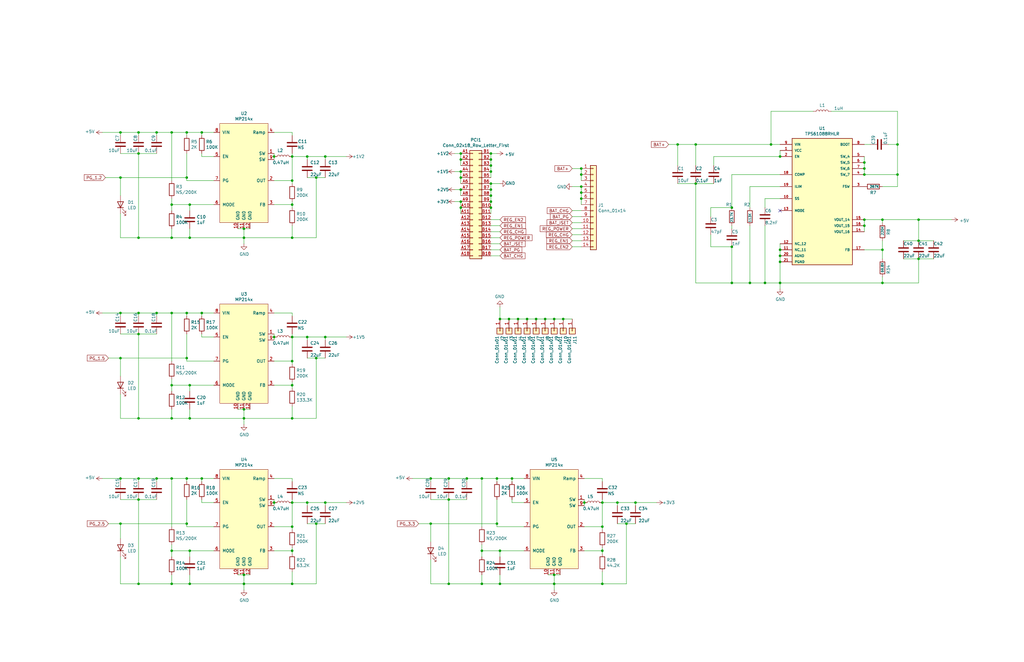
<source format=kicad_sch>
(kicad_sch (version 20210621) (generator eeschema)
  (paper "User" 431.8 279.4)
  (title_block (title "Fpga-USB3-Collector (DDR3_2G)"))
  (junction (at 50.8 55.88))
  (junction (at 50.8 74.93))
  (junction (at 50.8 132.08))
  (junction (at 50.8 151.13))
  (junction (at 50.8 201.93))
  (junction (at 50.8 220.98))
  (junction (at 58.42 55.88))
  (junction (at 58.42 64.77))
  (junction (at 58.42 100.33))
  (junction (at 58.42 132.08))
  (junction (at 58.42 140.97))
  (junction (at 58.42 176.53))
  (junction (at 58.42 201.93))
  (junction (at 58.42 210.82))
  (junction (at 58.42 246.38))
  (junction (at 66.04 55.88))
  (junction (at 66.04 132.08))
  (junction (at 66.04 201.93))
  (junction (at 72.39 55.88))
  (junction (at 72.39 86.36))
  (junction (at 72.39 100.33))
  (junction (at 72.39 132.08))
  (junction (at 72.39 162.56))
  (junction (at 72.39 176.53))
  (junction (at 72.39 201.93))
  (junction (at 72.39 232.41))
  (junction (at 72.39 246.38))
  (junction (at 78.74 55.88))
  (junction (at 78.74 74.93))
  (junction (at 78.74 132.08))
  (junction (at 78.74 151.13))
  (junction (at 78.74 201.93))
  (junction (at 78.74 220.98))
  (junction (at 80.01 86.36))
  (junction (at 80.01 100.33))
  (junction (at 80.01 162.56))
  (junction (at 80.01 176.53))
  (junction (at 80.01 232.41))
  (junction (at 80.01 246.38))
  (junction (at 85.09 55.88))
  (junction (at 85.09 132.08))
  (junction (at 85.09 201.93))
  (junction (at 102.87 96.52))
  (junction (at 102.87 100.33))
  (junction (at 102.87 172.72))
  (junction (at 102.87 176.53))
  (junction (at 102.87 242.57))
  (junction (at 102.87 246.38))
  (junction (at 115.57 66.04))
  (junction (at 115.57 142.24))
  (junction (at 115.57 212.09))
  (junction (at 123.19 66.04))
  (junction (at 123.19 76.2))
  (junction (at 123.19 86.36))
  (junction (at 123.19 100.33))
  (junction (at 123.19 142.24))
  (junction (at 123.19 152.4))
  (junction (at 123.19 162.56))
  (junction (at 123.19 176.53))
  (junction (at 123.19 212.09))
  (junction (at 123.19 222.25))
  (junction (at 123.19 232.41))
  (junction (at 123.19 246.38))
  (junction (at 129.54 66.04))
  (junction (at 129.54 142.24))
  (junction (at 129.54 212.09))
  (junction (at 133.35 74.93))
  (junction (at 133.35 151.13))
  (junction (at 133.35 220.98))
  (junction (at 137.16 66.04))
  (junction (at 137.16 142.24))
  (junction (at 137.16 212.09))
  (junction (at 181.61 201.93))
  (junction (at 181.61 220.98))
  (junction (at 189.23 201.93))
  (junction (at 189.23 210.82))
  (junction (at 189.23 246.38))
  (junction (at 194.31 64.77))
  (junction (at 194.31 67.31))
  (junction (at 194.31 72.39))
  (junction (at 194.31 74.93))
  (junction (at 194.31 80.01))
  (junction (at 194.31 85.09))
  (junction (at 194.31 87.63))
  (junction (at 196.85 201.93))
  (junction (at 203.2 201.93))
  (junction (at 203.2 232.41))
  (junction (at 203.2 246.38))
  (junction (at 207.01 64.77))
  (junction (at 207.01 67.31))
  (junction (at 207.01 69.85))
  (junction (at 207.01 72.39))
  (junction (at 207.01 77.47))
  (junction (at 207.01 80.01))
  (junction (at 207.01 82.55))
  (junction (at 207.01 85.09))
  (junction (at 207.01 87.63))
  (junction (at 209.55 201.93))
  (junction (at 209.55 220.98))
  (junction (at 210.82 134.62))
  (junction (at 210.82 232.41))
  (junction (at 210.82 246.38))
  (junction (at 214.63 134.62))
  (junction (at 215.9 201.93))
  (junction (at 218.44 134.62))
  (junction (at 222.25 134.62))
  (junction (at 226.06 134.62))
  (junction (at 229.87 134.62))
  (junction (at 233.68 134.62))
  (junction (at 233.68 242.57))
  (junction (at 233.68 246.38))
  (junction (at 237.49 134.62))
  (junction (at 245.11 71.12))
  (junction (at 245.11 73.66))
  (junction (at 245.11 78.74))
  (junction (at 245.11 81.28))
  (junction (at 245.11 83.82))
  (junction (at 246.38 212.09))
  (junction (at 254 212.09))
  (junction (at 254 222.25))
  (junction (at 254 232.41))
  (junction (at 254 246.38))
  (junction (at 260.35 212.09))
  (junction (at 264.16 220.98))
  (junction (at 267.97 212.09))
  (junction (at 285.75 60.96))
  (junction (at 293.37 60.96))
  (junction (at 293.37 77.47))
  (junction (at 308.61 87.63))
  (junction (at 308.61 104.14))
  (junction (at 308.61 119.38))
  (junction (at 316.23 119.38))
  (junction (at 322.58 119.38))
  (junction (at 325.12 60.96))
  (junction (at 328.93 66.04))
  (junction (at 328.93 105.41))
  (junction (at 328.93 107.95))
  (junction (at 328.93 110.49))
  (junction (at 328.93 119.38))
  (junction (at 364.49 68.58))
  (junction (at 364.49 71.12))
  (junction (at 364.49 73.66))
  (junction (at 364.49 92.71))
  (junction (at 364.49 95.25))
  (junction (at 372.11 92.71))
  (junction (at 372.11 105.41))
  (junction (at 372.11 119.38))
  (junction (at 378.46 60.96))
  (junction (at 378.46 73.66))
  (junction (at 387.35 92.71))
  (junction (at 387.35 101.6))
  (junction (at 387.35 109.22))
  (no_connect (at 328.93 88.9))
  (wire (pts (xy 43.18 55.88) (xy 50.8 55.88)))
  (wire (pts (xy 43.18 132.08) (xy 50.8 132.08)))
  (wire (pts (xy 43.18 201.93) (xy 50.8 201.93)))
  (wire (pts (xy 44.45 74.93) (xy 50.8 74.93)))
  (wire (pts (xy 45.72 151.13) (xy 50.8 151.13)))
  (wire (pts (xy 45.72 220.98) (xy 50.8 220.98)))
  (wire (pts (xy 50.8 55.88) (xy 50.8 57.15)))
  (wire (pts (xy 50.8 74.93) (xy 50.8 82.55)))
  (wire (pts (xy 50.8 74.93) (xy 78.74 74.93)))
  (wire (pts (xy 50.8 90.17) (xy 50.8 100.33)))
  (wire (pts (xy 50.8 100.33) (xy 58.42 100.33)))
  (wire (pts (xy 50.8 132.08) (xy 50.8 133.35)))
  (wire (pts (xy 50.8 151.13) (xy 78.74 151.13)))
  (wire (pts (xy 50.8 158.75) (xy 50.8 151.13)))
  (wire (pts (xy 50.8 166.37) (xy 50.8 176.53)))
  (wire (pts (xy 50.8 176.53) (xy 58.42 176.53)))
  (wire (pts (xy 50.8 201.93) (xy 50.8 203.2)))
  (wire (pts (xy 50.8 220.98) (xy 50.8 227.33)))
  (wire (pts (xy 50.8 220.98) (xy 78.74 220.98)))
  (wire (pts (xy 50.8 234.95) (xy 50.8 246.38)))
  (wire (pts (xy 50.8 246.38) (xy 58.42 246.38)))
  (wire (pts (xy 58.42 55.88) (xy 50.8 55.88)))
  (wire (pts (xy 58.42 57.15) (xy 58.42 55.88)))
  (wire (pts (xy 58.42 64.77) (xy 50.8 64.77)))
  (wire (pts (xy 58.42 64.77) (xy 58.42 100.33)))
  (wire (pts (xy 58.42 100.33) (xy 72.39 100.33)))
  (wire (pts (xy 58.42 132.08) (xy 50.8 132.08)))
  (wire (pts (xy 58.42 133.35) (xy 58.42 132.08)))
  (wire (pts (xy 58.42 140.97) (xy 50.8 140.97)))
  (wire (pts (xy 58.42 140.97) (xy 58.42 176.53)))
  (wire (pts (xy 58.42 176.53) (xy 72.39 176.53)))
  (wire (pts (xy 58.42 201.93) (xy 50.8 201.93)))
  (wire (pts (xy 58.42 203.2) (xy 58.42 201.93)))
  (wire (pts (xy 58.42 210.82) (xy 50.8 210.82)))
  (wire (pts (xy 58.42 210.82) (xy 58.42 246.38)))
  (wire (pts (xy 58.42 246.38) (xy 72.39 246.38)))
  (wire (pts (xy 66.04 55.88) (xy 58.42 55.88)))
  (wire (pts (xy 66.04 55.88) (xy 72.39 55.88)))
  (wire (pts (xy 66.04 57.15) (xy 66.04 55.88)))
  (wire (pts (xy 66.04 64.77) (xy 58.42 64.77)))
  (wire (pts (xy 66.04 132.08) (xy 58.42 132.08)))
  (wire (pts (xy 66.04 132.08) (xy 72.39 132.08)))
  (wire (pts (xy 66.04 133.35) (xy 66.04 132.08)))
  (wire (pts (xy 66.04 140.97) (xy 58.42 140.97)))
  (wire (pts (xy 66.04 201.93) (xy 58.42 201.93)))
  (wire (pts (xy 66.04 201.93) (xy 72.39 201.93)))
  (wire (pts (xy 66.04 203.2) (xy 66.04 201.93)))
  (wire (pts (xy 66.04 210.82) (xy 58.42 210.82)))
  (wire (pts (xy 72.39 55.88) (xy 78.74 55.88)))
  (wire (pts (xy 72.39 76.2) (xy 72.39 55.88)))
  (wire (pts (xy 72.39 83.82) (xy 72.39 86.36)))
  (wire (pts (xy 72.39 86.36) (xy 72.39 88.9)))
  (wire (pts (xy 72.39 86.36) (xy 80.01 86.36)))
  (wire (pts (xy 72.39 96.52) (xy 72.39 100.33)))
  (wire (pts (xy 72.39 100.33) (xy 80.01 100.33)))
  (wire (pts (xy 72.39 132.08) (xy 78.74 132.08)))
  (wire (pts (xy 72.39 152.4) (xy 72.39 132.08)))
  (wire (pts (xy 72.39 160.02) (xy 72.39 162.56)))
  (wire (pts (xy 72.39 162.56) (xy 72.39 165.1)))
  (wire (pts (xy 72.39 162.56) (xy 80.01 162.56)))
  (wire (pts (xy 72.39 172.72) (xy 72.39 176.53)))
  (wire (pts (xy 72.39 176.53) (xy 80.01 176.53)))
  (wire (pts (xy 72.39 201.93) (xy 78.74 201.93)))
  (wire (pts (xy 72.39 222.25) (xy 72.39 201.93)))
  (wire (pts (xy 72.39 229.87) (xy 72.39 232.41)))
  (wire (pts (xy 72.39 232.41) (xy 72.39 234.95)))
  (wire (pts (xy 72.39 232.41) (xy 80.01 232.41)))
  (wire (pts (xy 72.39 242.57) (xy 72.39 246.38)))
  (wire (pts (xy 72.39 246.38) (xy 80.01 246.38)))
  (wire (pts (xy 78.74 57.15) (xy 78.74 55.88)))
  (wire (pts (xy 78.74 64.77) (xy 78.74 74.93)))
  (wire (pts (xy 78.74 74.93) (xy 78.74 76.2)))
  (wire (pts (xy 78.74 76.2) (xy 90.17 76.2)))
  (wire (pts (xy 78.74 133.35) (xy 78.74 132.08)))
  (wire (pts (xy 78.74 140.97) (xy 78.74 151.13)))
  (wire (pts (xy 78.74 151.13) (xy 78.74 152.4)))
  (wire (pts (xy 78.74 152.4) (xy 90.17 152.4)))
  (wire (pts (xy 78.74 203.2) (xy 78.74 201.93)))
  (wire (pts (xy 78.74 210.82) (xy 78.74 220.98)))
  (wire (pts (xy 78.74 220.98) (xy 78.74 222.25)))
  (wire (pts (xy 78.74 222.25) (xy 90.17 222.25)))
  (wire (pts (xy 80.01 86.36) (xy 90.17 86.36)))
  (wire (pts (xy 80.01 88.9) (xy 80.01 86.36)))
  (wire (pts (xy 80.01 96.52) (xy 80.01 100.33)))
  (wire (pts (xy 80.01 100.33) (xy 102.87 100.33)))
  (wire (pts (xy 80.01 162.56) (xy 90.17 162.56)))
  (wire (pts (xy 80.01 165.1) (xy 80.01 162.56)))
  (wire (pts (xy 80.01 172.72) (xy 80.01 176.53)))
  (wire (pts (xy 80.01 176.53) (xy 102.87 176.53)))
  (wire (pts (xy 80.01 232.41) (xy 90.17 232.41)))
  (wire (pts (xy 80.01 234.95) (xy 80.01 232.41)))
  (wire (pts (xy 80.01 242.57) (xy 80.01 246.38)))
  (wire (pts (xy 80.01 246.38) (xy 102.87 246.38)))
  (wire (pts (xy 85.09 55.88) (xy 78.74 55.88)))
  (wire (pts (xy 85.09 57.15) (xy 85.09 55.88)))
  (wire (pts (xy 85.09 64.77) (xy 85.09 66.04)))
  (wire (pts (xy 85.09 66.04) (xy 90.17 66.04)))
  (wire (pts (xy 85.09 132.08) (xy 78.74 132.08)))
  (wire (pts (xy 85.09 133.35) (xy 85.09 132.08)))
  (wire (pts (xy 85.09 140.97) (xy 85.09 142.24)))
  (wire (pts (xy 85.09 142.24) (xy 90.17 142.24)))
  (wire (pts (xy 85.09 201.93) (xy 78.74 201.93)))
  (wire (pts (xy 85.09 203.2) (xy 85.09 201.93)))
  (wire (pts (xy 85.09 210.82) (xy 85.09 212.09)))
  (wire (pts (xy 85.09 212.09) (xy 90.17 212.09)))
  (wire (pts (xy 90.17 55.88) (xy 85.09 55.88)))
  (wire (pts (xy 90.17 132.08) (xy 85.09 132.08)))
  (wire (pts (xy 90.17 201.93) (xy 85.09 201.93)))
  (wire (pts (xy 100.33 96.52) (xy 102.87 96.52)))
  (wire (pts (xy 100.33 172.72) (xy 102.87 172.72)))
  (wire (pts (xy 100.33 242.57) (xy 102.87 242.57)))
  (wire (pts (xy 102.87 96.52) (xy 102.87 100.33)))
  (wire (pts (xy 102.87 96.52) (xy 105.41 96.52)))
  (wire (pts (xy 102.87 100.33) (xy 123.19 100.33)))
  (wire (pts (xy 102.87 102.87) (xy 102.87 100.33)))
  (wire (pts (xy 102.87 172.72) (xy 102.87 176.53)))
  (wire (pts (xy 102.87 172.72) (xy 105.41 172.72)))
  (wire (pts (xy 102.87 176.53) (xy 123.19 176.53)))
  (wire (pts (xy 102.87 179.07) (xy 102.87 176.53)))
  (wire (pts (xy 102.87 242.57) (xy 102.87 246.38)))
  (wire (pts (xy 102.87 242.57) (xy 105.41 242.57)))
  (wire (pts (xy 102.87 246.38) (xy 123.19 246.38)))
  (wire (pts (xy 102.87 248.92) (xy 102.87 246.38)))
  (wire (pts (xy 115.57 64.77) (xy 115.57 66.04)))
  (wire (pts (xy 115.57 66.04) (xy 115.57 67.31)))
  (wire (pts (xy 115.57 76.2) (xy 123.19 76.2)))
  (wire (pts (xy 115.57 86.36) (xy 123.19 86.36)))
  (wire (pts (xy 115.57 140.97) (xy 115.57 142.24)))
  (wire (pts (xy 115.57 142.24) (xy 115.57 143.51)))
  (wire (pts (xy 115.57 152.4) (xy 123.19 152.4)))
  (wire (pts (xy 115.57 162.56) (xy 123.19 162.56)))
  (wire (pts (xy 115.57 210.82) (xy 115.57 212.09)))
  (wire (pts (xy 115.57 212.09) (xy 115.57 213.36)))
  (wire (pts (xy 115.57 222.25) (xy 123.19 222.25)))
  (wire (pts (xy 115.57 232.41) (xy 123.19 232.41)))
  (wire (pts (xy 123.19 55.88) (xy 115.57 55.88)))
  (wire (pts (xy 123.19 57.15) (xy 123.19 55.88)))
  (wire (pts (xy 123.19 66.04) (xy 123.19 64.77)))
  (wire (pts (xy 123.19 66.04) (xy 123.19 76.2)))
  (wire (pts (xy 123.19 66.04) (xy 129.54 66.04)))
  (wire (pts (xy 123.19 76.2) (xy 123.19 77.47)))
  (wire (pts (xy 123.19 86.36) (xy 123.19 85.09)))
  (wire (pts (xy 123.19 87.63) (xy 123.19 86.36)))
  (wire (pts (xy 123.19 100.33) (xy 123.19 95.25)))
  (wire (pts (xy 123.19 132.08) (xy 115.57 132.08)))
  (wire (pts (xy 123.19 133.35) (xy 123.19 132.08)))
  (wire (pts (xy 123.19 142.24) (xy 123.19 140.97)))
  (wire (pts (xy 123.19 142.24) (xy 123.19 152.4)))
  (wire (pts (xy 123.19 142.24) (xy 129.54 142.24)))
  (wire (pts (xy 123.19 152.4) (xy 123.19 153.67)))
  (wire (pts (xy 123.19 162.56) (xy 123.19 161.29)))
  (wire (pts (xy 123.19 163.83) (xy 123.19 162.56)))
  (wire (pts (xy 123.19 176.53) (xy 123.19 171.45)))
  (wire (pts (xy 123.19 201.93) (xy 115.57 201.93)))
  (wire (pts (xy 123.19 203.2) (xy 123.19 201.93)))
  (wire (pts (xy 123.19 212.09) (xy 123.19 210.82)))
  (wire (pts (xy 123.19 212.09) (xy 123.19 222.25)))
  (wire (pts (xy 123.19 212.09) (xy 129.54 212.09)))
  (wire (pts (xy 123.19 222.25) (xy 123.19 223.52)))
  (wire (pts (xy 123.19 232.41) (xy 123.19 231.14)))
  (wire (pts (xy 123.19 233.68) (xy 123.19 232.41)))
  (wire (pts (xy 123.19 246.38) (xy 123.19 241.3)))
  (wire (pts (xy 129.54 66.04) (xy 137.16 66.04)))
  (wire (pts (xy 129.54 67.31) (xy 129.54 66.04)))
  (wire (pts (xy 129.54 142.24) (xy 137.16 142.24)))
  (wire (pts (xy 129.54 143.51) (xy 129.54 142.24)))
  (wire (pts (xy 129.54 212.09) (xy 137.16 212.09)))
  (wire (pts (xy 129.54 213.36) (xy 129.54 212.09)))
  (wire (pts (xy 133.35 74.93) (xy 129.54 74.93)))
  (wire (pts (xy 133.35 74.93) (xy 133.35 100.33)))
  (wire (pts (xy 133.35 100.33) (xy 123.19 100.33)))
  (wire (pts (xy 133.35 151.13) (xy 129.54 151.13)))
  (wire (pts (xy 133.35 151.13) (xy 133.35 176.53)))
  (wire (pts (xy 133.35 176.53) (xy 123.19 176.53)))
  (wire (pts (xy 133.35 220.98) (xy 129.54 220.98)))
  (wire (pts (xy 133.35 220.98) (xy 133.35 246.38)))
  (wire (pts (xy 133.35 246.38) (xy 123.19 246.38)))
  (wire (pts (xy 137.16 66.04) (xy 137.16 67.31)))
  (wire (pts (xy 137.16 66.04) (xy 146.05 66.04)))
  (wire (pts (xy 137.16 74.93) (xy 133.35 74.93)))
  (wire (pts (xy 137.16 142.24) (xy 137.16 143.51)))
  (wire (pts (xy 137.16 142.24) (xy 146.05 142.24)))
  (wire (pts (xy 137.16 151.13) (xy 133.35 151.13)))
  (wire (pts (xy 137.16 212.09) (xy 137.16 213.36)))
  (wire (pts (xy 137.16 212.09) (xy 146.05 212.09)))
  (wire (pts (xy 137.16 220.98) (xy 133.35 220.98)))
  (wire (pts (xy 173.99 201.93) (xy 181.61 201.93)))
  (wire (pts (xy 176.53 220.98) (xy 181.61 220.98)))
  (wire (pts (xy 181.61 201.93) (xy 181.61 203.2)))
  (wire (pts (xy 181.61 220.98) (xy 209.55 220.98)))
  (wire (pts (xy 181.61 228.6) (xy 181.61 220.98)))
  (wire (pts (xy 181.61 236.22) (xy 181.61 246.38)))
  (wire (pts (xy 181.61 246.38) (xy 189.23 246.38)))
  (wire (pts (xy 189.23 201.93) (xy 181.61 201.93)))
  (wire (pts (xy 189.23 203.2) (xy 189.23 201.93)))
  (wire (pts (xy 189.23 210.82) (xy 181.61 210.82)))
  (wire (pts (xy 189.23 210.82) (xy 189.23 246.38)))
  (wire (pts (xy 189.23 246.38) (xy 203.2 246.38)))
  (wire (pts (xy 191.77 64.77) (xy 194.31 64.77)))
  (wire (pts (xy 191.77 72.39) (xy 194.31 72.39)))
  (wire (pts (xy 191.77 80.01) (xy 194.31 80.01)))
  (wire (pts (xy 191.77 85.09) (xy 194.31 85.09)))
  (wire (pts (xy 194.31 64.77) (xy 194.31 67.31)))
  (wire (pts (xy 194.31 67.31) (xy 194.31 69.85)))
  (wire (pts (xy 194.31 72.39) (xy 194.31 74.93)))
  (wire (pts (xy 194.31 74.93) (xy 194.31 77.47)))
  (wire (pts (xy 194.31 80.01) (xy 194.31 82.55)))
  (wire (pts (xy 194.31 85.09) (xy 194.31 87.63)))
  (wire (pts (xy 194.31 87.63) (xy 194.31 90.17)))
  (wire (pts (xy 196.85 201.93) (xy 189.23 201.93)))
  (wire (pts (xy 196.85 201.93) (xy 203.2 201.93)))
  (wire (pts (xy 196.85 203.2) (xy 196.85 201.93)))
  (wire (pts (xy 196.85 210.82) (xy 189.23 210.82)))
  (wire (pts (xy 203.2 201.93) (xy 209.55 201.93)))
  (wire (pts (xy 203.2 222.25) (xy 203.2 201.93)))
  (wire (pts (xy 203.2 229.87) (xy 203.2 232.41)))
  (wire (pts (xy 203.2 232.41) (xy 203.2 234.95)))
  (wire (pts (xy 203.2 232.41) (xy 210.82 232.41)))
  (wire (pts (xy 203.2 242.57) (xy 203.2 246.38)))
  (wire (pts (xy 203.2 246.38) (xy 210.82 246.38)))
  (wire (pts (xy 207.01 64.77) (xy 207.01 67.31)))
  (wire (pts (xy 207.01 67.31) (xy 207.01 69.85)))
  (wire (pts (xy 207.01 69.85) (xy 207.01 72.39)))
  (wire (pts (xy 207.01 72.39) (xy 207.01 74.93)))
  (wire (pts (xy 207.01 77.47) (xy 207.01 80.01)))
  (wire (pts (xy 207.01 77.47) (xy 210.82 77.47)))
  (wire (pts (xy 207.01 80.01) (xy 207.01 82.55)))
  (wire (pts (xy 207.01 82.55) (xy 207.01 85.09)))
  (wire (pts (xy 207.01 85.09) (xy 207.01 87.63)))
  (wire (pts (xy 207.01 87.63) (xy 207.01 90.17)))
  (wire (pts (xy 209.55 64.77) (xy 207.01 64.77)))
  (wire (pts (xy 209.55 203.2) (xy 209.55 201.93)))
  (wire (pts (xy 209.55 210.82) (xy 209.55 220.98)))
  (wire (pts (xy 209.55 220.98) (xy 209.55 222.25)))
  (wire (pts (xy 209.55 222.25) (xy 220.98 222.25)))
  (wire (pts (xy 210.82 92.71) (xy 207.01 92.71)))
  (wire (pts (xy 210.82 95.25) (xy 207.01 95.25)))
  (wire (pts (xy 210.82 97.79) (xy 207.01 97.79)))
  (wire (pts (xy 210.82 100.33) (xy 207.01 100.33)))
  (wire (pts (xy 210.82 102.87) (xy 207.01 102.87)))
  (wire (pts (xy 210.82 105.41) (xy 207.01 105.41)))
  (wire (pts (xy 210.82 107.95) (xy 207.01 107.95)))
  (wire (pts (xy 210.82 129.54) (xy 210.82 134.62)))
  (wire (pts (xy 210.82 134.62) (xy 214.63 134.62)))
  (wire (pts (xy 210.82 232.41) (xy 220.98 232.41)))
  (wire (pts (xy 210.82 234.95) (xy 210.82 232.41)))
  (wire (pts (xy 210.82 242.57) (xy 210.82 246.38)))
  (wire (pts (xy 210.82 246.38) (xy 233.68 246.38)))
  (wire (pts (xy 214.63 134.62) (xy 218.44 134.62)))
  (wire (pts (xy 215.9 201.93) (xy 209.55 201.93)))
  (wire (pts (xy 215.9 203.2) (xy 215.9 201.93)))
  (wire (pts (xy 215.9 210.82) (xy 215.9 212.09)))
  (wire (pts (xy 215.9 212.09) (xy 220.98 212.09)))
  (wire (pts (xy 218.44 134.62) (xy 222.25 134.62)))
  (wire (pts (xy 220.98 201.93) (xy 215.9 201.93)))
  (wire (pts (xy 222.25 134.62) (xy 226.06 134.62)))
  (wire (pts (xy 226.06 134.62) (xy 229.87 134.62)))
  (wire (pts (xy 229.87 134.62) (xy 233.68 134.62)))
  (wire (pts (xy 231.14 242.57) (xy 233.68 242.57)))
  (wire (pts (xy 233.68 134.62) (xy 237.49 134.62)))
  (wire (pts (xy 233.68 242.57) (xy 233.68 246.38)))
  (wire (pts (xy 233.68 242.57) (xy 236.22 242.57)))
  (wire (pts (xy 233.68 246.38) (xy 254 246.38)))
  (wire (pts (xy 233.68 248.92) (xy 233.68 246.38)))
  (wire (pts (xy 237.49 134.62) (xy 241.3 134.62)))
  (wire (pts (xy 241.3 71.12) (xy 245.11 71.12)))
  (wire (pts (xy 241.3 78.74) (xy 245.11 78.74)))
  (wire (pts (xy 241.3 88.9) (xy 245.11 88.9)))
  (wire (pts (xy 241.3 91.44) (xy 245.11 91.44)))
  (wire (pts (xy 241.3 93.98) (xy 245.11 93.98)))
  (wire (pts (xy 241.3 96.52) (xy 245.11 96.52)))
  (wire (pts (xy 241.3 99.06) (xy 245.11 99.06)))
  (wire (pts (xy 241.3 101.6) (xy 245.11 101.6)))
  (wire (pts (xy 241.3 104.14) (xy 245.11 104.14)))
  (wire (pts (xy 245.11 71.12) (xy 245.11 73.66)))
  (wire (pts (xy 245.11 73.66) (xy 245.11 76.2)))
  (wire (pts (xy 245.11 78.74) (xy 245.11 81.28)))
  (wire (pts (xy 245.11 81.28) (xy 245.11 83.82)))
  (wire (pts (xy 245.11 83.82) (xy 245.11 86.36)))
  (wire (pts (xy 246.38 210.82) (xy 246.38 212.09)))
  (wire (pts (xy 246.38 212.09) (xy 246.38 213.36)))
  (wire (pts (xy 246.38 222.25) (xy 254 222.25)))
  (wire (pts (xy 246.38 232.41) (xy 254 232.41)))
  (wire (pts (xy 254 201.93) (xy 246.38 201.93)))
  (wire (pts (xy 254 203.2) (xy 254 201.93)))
  (wire (pts (xy 254 212.09) (xy 254 210.82)))
  (wire (pts (xy 254 212.09) (xy 254 222.25)))
  (wire (pts (xy 254 212.09) (xy 260.35 212.09)))
  (wire (pts (xy 254 222.25) (xy 254 223.52)))
  (wire (pts (xy 254 232.41) (xy 254 231.14)))
  (wire (pts (xy 254 233.68) (xy 254 232.41)))
  (wire (pts (xy 254 246.38) (xy 254 241.3)))
  (wire (pts (xy 260.35 212.09) (xy 267.97 212.09)))
  (wire (pts (xy 260.35 213.36) (xy 260.35 212.09)))
  (wire (pts (xy 264.16 220.98) (xy 260.35 220.98)))
  (wire (pts (xy 264.16 220.98) (xy 264.16 246.38)))
  (wire (pts (xy 264.16 246.38) (xy 254 246.38)))
  (wire (pts (xy 267.97 212.09) (xy 267.97 213.36)))
  (wire (pts (xy 267.97 212.09) (xy 276.86 212.09)))
  (wire (pts (xy 267.97 220.98) (xy 264.16 220.98)))
  (wire (pts (xy 285.75 60.96) (xy 281.94 60.96)))
  (wire (pts (xy 285.75 69.85) (xy 285.75 60.96)))
  (wire (pts (xy 293.37 60.96) (xy 285.75 60.96)))
  (wire (pts (xy 293.37 69.85) (xy 293.37 60.96)))
  (wire (pts (xy 293.37 77.47) (xy 285.75 77.47)))
  (wire (pts (xy 293.37 77.47) (xy 293.37 119.38)))
  (wire (pts (xy 293.37 119.38) (xy 308.61 119.38)))
  (wire (pts (xy 299.72 87.63) (xy 299.72 91.44)))
  (wire (pts (xy 299.72 87.63) (xy 308.61 87.63)))
  (wire (pts (xy 299.72 99.06) (xy 299.72 104.14)))
  (wire (pts (xy 299.72 104.14) (xy 308.61 104.14)))
  (wire (pts (xy 300.99 66.04) (xy 300.99 69.85)))
  (wire (pts (xy 300.99 77.47) (xy 293.37 77.47)))
  (wire (pts (xy 308.61 73.66) (xy 308.61 87.63)))
  (wire (pts (xy 308.61 95.25) (xy 308.61 96.52)))
  (wire (pts (xy 308.61 104.14) (xy 308.61 119.38)))
  (wire (pts (xy 308.61 119.38) (xy 316.23 119.38)))
  (wire (pts (xy 316.23 78.74) (xy 316.23 87.63)))
  (wire (pts (xy 316.23 95.25) (xy 316.23 119.38)))
  (wire (pts (xy 316.23 119.38) (xy 322.58 119.38)))
  (wire (pts (xy 322.58 83.82) (xy 322.58 87.63)))
  (wire (pts (xy 322.58 95.25) (xy 322.58 119.38)))
  (wire (pts (xy 322.58 119.38) (xy 328.93 119.38)))
  (wire (pts (xy 325.12 46.99) (xy 325.12 60.96)))
  (wire (pts (xy 325.12 60.96) (xy 293.37 60.96)))
  (wire (pts (xy 328.93 60.96) (xy 325.12 60.96)))
  (wire (pts (xy 328.93 63.5) (xy 328.93 66.04)))
  (wire (pts (xy 328.93 66.04) (xy 300.99 66.04)))
  (wire (pts (xy 328.93 73.66) (xy 308.61 73.66)))
  (wire (pts (xy 328.93 78.74) (xy 316.23 78.74)))
  (wire (pts (xy 328.93 83.82) (xy 322.58 83.82)))
  (wire (pts (xy 328.93 102.87) (xy 328.93 105.41)))
  (wire (pts (xy 328.93 105.41) (xy 328.93 107.95)))
  (wire (pts (xy 328.93 107.95) (xy 328.93 110.49)))
  (wire (pts (xy 328.93 110.49) (xy 328.93 119.38)))
  (wire (pts (xy 328.93 121.92) (xy 328.93 119.38)))
  (wire (pts (xy 342.9 46.99) (xy 325.12 46.99)))
  (wire (pts (xy 350.52 46.99) (xy 378.46 46.99)))
  (wire (pts (xy 364.49 60.96) (xy 367.03 60.96)))
  (wire (pts (xy 364.49 66.04) (xy 364.49 68.58)))
  (wire (pts (xy 364.49 68.58) (xy 364.49 71.12)))
  (wire (pts (xy 364.49 71.12) (xy 364.49 73.66)))
  (wire (pts (xy 364.49 73.66) (xy 378.46 73.66)))
  (wire (pts (xy 364.49 92.71) (xy 372.11 92.71)))
  (wire (pts (xy 364.49 95.25) (xy 364.49 92.71)))
  (wire (pts (xy 364.49 97.79) (xy 364.49 95.25)))
  (wire (pts (xy 364.49 105.41) (xy 372.11 105.41)))
  (wire (pts (xy 372.11 92.71) (xy 372.11 93.98)))
  (wire (pts (xy 372.11 92.71) (xy 387.35 92.71)))
  (wire (pts (xy 372.11 101.6) (xy 372.11 105.41)))
  (wire (pts (xy 372.11 105.41) (xy 372.11 109.22)))
  (wire (pts (xy 372.11 119.38) (xy 328.93 119.38)))
  (wire (pts (xy 372.11 119.38) (xy 372.11 116.84)))
  (wire (pts (xy 372.11 119.38) (xy 387.35 119.38)))
  (wire (pts (xy 374.65 60.96) (xy 378.46 60.96)))
  (wire (pts (xy 378.46 46.99) (xy 378.46 60.96)))
  (wire (pts (xy 378.46 60.96) (xy 378.46 73.66)))
  (wire (pts (xy 378.46 73.66) (xy 378.46 78.74)))
  (wire (pts (xy 378.46 78.74) (xy 372.11 78.74)))
  (wire (pts (xy 381 101.6) (xy 387.35 101.6)))
  (wire (pts (xy 381 109.22) (xy 387.35 109.22)))
  (wire (pts (xy 387.35 101.6) (xy 387.35 92.71)))
  (wire (pts (xy 387.35 101.6) (xy 393.7 101.6)))
  (wire (pts (xy 387.35 109.22) (xy 387.35 119.38)))
  (wire (pts (xy 393.7 109.22) (xy 387.35 109.22)))
  (wire (pts (xy 401.32 92.71) (xy 387.35 92.71)))
  (global_label "PG_1.2" (shape input) (at 44.45 74.93 180) (property "Intersheet References" "${INTERSHEET_REFS}" (effects hide)))
  (global_label "PG_1.5" (shape input) (at 45.72 151.13 180) (property "Intersheet References" "${INTERSHEET_REFS}" (effects hide)))
  (global_label "PG_2.5" (shape input) (at 45.72 220.98 180) (property "Intersheet References" "${INTERSHEET_REFS}" (effects hide)))
  (global_label "PG_3.3" (shape input) (at 176.53 220.98 180) (property "Intersheet References" "${INTERSHEET_REFS}" (effects hide)))
  (global_label "REG_EN2" (shape input) (at 210.82 92.71 0) (property "Intersheet References" "${INTERSHEET_REFS}" (effects hide)))
  (global_label "REG_EN1" (shape input) (at 210.82 95.25 0) (property "Intersheet References" "${INTERSHEET_REFS}" (effects hide)))
  (global_label "REG_CHG" (shape input) (at 210.82 97.79 0) (property "Intersheet References" "${INTERSHEET_REFS}" (effects hide)))
  (global_label "REG_POWER" (shape input) (at 210.82 100.33 0) (property "Intersheet References" "${INTERSHEET_REFS}" (effects hide)))
  (global_label "BAT_ISET" (shape input) (at 210.82 102.87 0) (property "Intersheet References" "${INTERSHEET_REFS}" (effects hide)))
  (global_label "BAT_PG" (shape input) (at 210.82 105.41 0) (property "Intersheet References" "${INTERSHEET_REFS}" (effects hide)))
  (global_label "BAT_CHG" (shape input) (at 210.82 107.95 0) (property "Intersheet References" "${INTERSHEET_REFS}" (effects hide)))
  (global_label "BAT+" (shape input) (at 241.3 71.12 180) (property "Intersheet References" "${INTERSHEET_REFS}" (effects hide)))
  (global_label "BAT_CHG" (shape input) (at 241.3 88.9 180) (property "Intersheet References" "${INTERSHEET_REFS}" (effects hide)))
  (global_label "BAT_PG" (shape input) (at 241.3 91.44 180) (property "Intersheet References" "${INTERSHEET_REFS}" (effects hide)))
  (global_label "BAT_ISET" (shape input) (at 241.3 93.98 180) (property "Intersheet References" "${INTERSHEET_REFS}" (effects hide)))
  (global_label "REG_POWER" (shape input) (at 241.3 96.52 180) (property "Intersheet References" "${INTERSHEET_REFS}" (effects hide)))
  (global_label "REG_CHG" (shape input) (at 241.3 99.06 180) (property "Intersheet References" "${INTERSHEET_REFS}" (effects hide)))
  (global_label "REG_EN1" (shape input) (at 241.3 101.6 180) (property "Intersheet References" "${INTERSHEET_REFS}" (effects hide)))
  (global_label "REG_EN2" (shape input) (at 241.3 104.14 180) (property "Intersheet References" "${INTERSHEET_REFS}" (effects hide)))
  (global_label "BAT+" (shape input) (at 281.94 60.96 180) (property "Intersheet References" "${INTERSHEET_REFS}" (effects hide)))
  (symbol (lib_id "power:+5V") (at 43.18 55.88 90) (unit 1)
    (property "Reference" "#PWR04" (effects hide))
    (property "Value" "+5V" (at 39.9288 55.499 90) (effects (justify left)))
  )
  (symbol (lib_id "power:+5V") (at 43.18 132.08 90) (unit 1)
    (property "Reference" "#PWR05" (effects hide))
    (property "Value" "+5V" (at 39.9288 131.699 90) (effects (justify left)))
  )
  (symbol (lib_id "power:+5V") (at 43.18 201.93 90) (unit 1)
    (property "Reference" "#PWR06" (effects hide))
    (property "Value" "+5V" (at 39.9288 201.549 90) (effects (justify left)))
  )
  (symbol (lib_id "power:+1V2") (at 146.05 66.04 270) (unit 1)
    (property "Reference" "#PWR09" (effects hide))
    (property "Value" "+1V2" (at 151.13 66.04 90))
  )
  (symbol (lib_id "power:+1V5") (at 146.05 142.24 270) (mirror x) (unit 1)
    (property "Reference" "#PWR010" (effects hide))
    (property "Value" "+1V5" (at 148.59 142.24 90) (effects (justify left)))
  )
  (symbol (lib_id "power:+2V5") (at 146.05 212.09 270) (unit 1)
    (property "Reference" "#PWR011" (effects hide))
    (property "Value" "+2V5" (at 151.13 212.09 90))
  )
  (symbol (lib_id "power:+5V") (at 173.99 201.93 90) (unit 1)
    (property "Reference" "#PWR012" (effects hide))
    (property "Value" "+5V" (at 170.7388 201.549 90) (effects (justify left)))
  )
  (symbol (lib_id "power:+1V2") (at 191.77 64.77 90) (unit 1)
    (property "Reference" "#PWR0105" (effects hide))
    (property "Value" "+1V2" (at 186.69 64.77 90))
  )
  (symbol (lib_id "power:+1V5") (at 191.77 72.39 90) (mirror x) (unit 1)
    (property "Reference" "#PWR0106" (effects hide))
    (property "Value" "+1V5" (at 189.23 72.39 90) (effects (justify left)))
  )
  (symbol (lib_id "power:+2V5") (at 191.77 80.01 90) (unit 1)
    (property "Reference" "#PWR0107" (effects hide))
    (property "Value" "+2V5" (at 186.69 80.01 90))
  )
  (symbol (lib_id "power:+3V3") (at 191.77 85.09 90) (unit 1)
    (property "Reference" "#PWR0108" (effects hide))
    (property "Value" "+3V3" (at 186.69 85.09 90))
  )
  (symbol (lib_id "power:+5V") (at 209.55 64.77 270) (unit 1)
    (property "Reference" "#PWR0109" (effects hide))
    (property "Value" "+5V" (at 212.8012 65.151 90) (effects (justify left)))
  )
  (symbol (lib_id "power:+3V3") (at 276.86 212.09 270) (unit 1)
    (property "Reference" "#PWR014" (effects hide))
    (property "Value" "+3V3" (at 281.94 212.09 90))
  )
  (symbol (lib_id "power:+5V") (at 401.32 92.71 270) (unit 1)
    (property "Reference" "#PWR0110" (effects hide))
    (property "Value" "+5V" (at 404.5712 93.091 90) (effects (justify left)))
  )
  (symbol (lib_id "power:GND") (at 102.87 102.87 0) (unit 1)
    (property "Reference" "#PWR03" (effects hide))
    (property "Value" "GND" (at 102.997 107.2642 0))
  )
  (symbol (lib_id "power:GND") (at 102.87 179.07 0) (unit 1)
    (property "Reference" "#PWR07" (effects hide))
    (property "Value" "GND" (at 102.997 183.4642 0))
  )
  (symbol (lib_id "power:GND") (at 102.87 248.92 0) (unit 1)
    (property "Reference" "#PWR08" (effects hide))
    (property "Value" "GND" (at 102.997 253.3142 0))
  )
  (symbol (lib_id "power:GND") (at 210.82 77.47 90) (unit 1)
    (property "Reference" "#PWR01" (effects hide))
    (property "Value" "GND" (at 215.2142 77.343 90))
  )
  (symbol (lib_id "power:GND") (at 210.82 129.54 180) (unit 1)
    (property "Reference" "#PWR0101" (effects hide))
    (property "Value" "GND" (at 210.693 125.1458 0))
  )
  (symbol (lib_id "power:GND") (at 233.68 248.92 0) (unit 1)
    (property "Reference" "#PWR013" (effects hide))
    (property "Value" "GND" (at 233.807 253.3142 0))
  )
  (symbol (lib_id "power:GND") (at 241.3 78.74 270) (unit 1)
    (property "Reference" "#PWR0111" (effects hide))
    (property "Value" "GND" (at 236.9058 78.867 90))
  )
  (symbol (lib_id "power:GND") (at 328.93 121.92 0) (unit 1)
    (property "Reference" "#PWR02" (effects hide))
    (property "Value" "GND" (at 329.057 126.3142 0))
  )
  (symbol (lib_id "Device:L") (at 119.38 66.04 90) (unit 1)
    (property "Reference" "L2" (at 119.38 63.5 90) (effects (justify left)))
    (property "Value" "0.47uH" (at 121.92 68.58 90) (effects (justify left)))
    (property "Footprint" "Inductor_SMD:L_Sunlord_MWSA0518_5.4x5.2mm" (effects hide))
  )
  (symbol (lib_id "Device:L") (at 119.38 142.24 90) (unit 1)
    (property "Reference" "L3" (at 119.38 139.7 90) (effects (justify left)))
    (property "Value" "0.47uH" (at 121.92 144.78 90) (effects (justify left)))
    (property "Footprint" "Inductor_SMD:L_Sunlord_MWSA0518_5.4x5.2mm" (effects hide))
  )
  (symbol (lib_id "Device:L") (at 119.38 212.09 90) (unit 1)
    (property "Reference" "L4" (at 119.38 209.55 90) (effects (justify left)))
    (property "Value" "0.47uH" (at 121.92 214.63 90) (effects (justify left)))
    (property "Footprint" "Inductor_SMD:L_Sunlord_MWSA0518_5.4x5.2mm" (effects hide))
  )
  (symbol (lib_id "Device:L") (at 250.19 212.09 90) (unit 1)
    (property "Reference" "L5" (at 250.19 209.55 90) (effects (justify left)))
    (property "Value" "0.47uH" (at 252.73 214.63 90) (effects (justify left)))
    (property "Footprint" "Inductor_SMD:L_Sunlord_MWSA0518_5.4x5.2mm" (effects hide))
  )
  (symbol (lib_id "Device:L") (at 346.71 46.99 90) (unit 1)
    (property "Reference" "L1" (at 347.98 44.45 90) (effects (justify left)))
    (property "Value" "1uH" (at 355.6 45.72 90) (effects (justify left)))
    (property "Footprint" "Inductor_SMD:L_Sunlord_MWSA0518_5.4x5.2mm" (effects hide))
  )
  (symbol (lib_id "Device:R") (at 72.39 80.01 0) (unit 1)
    (property "Reference" "R3" (at 74.168 78.8416 0) (effects (justify left)))
    (property "Value" "NS/200K" (at 74.168 81.153 0) (effects (justify left)))
    (property "Footprint" "Resistor_SMD:R_0402_1005Metric" (effects hide))
  )
  (symbol (lib_id "Device:R") (at 72.39 92.71 0) (unit 1)
    (property "Reference" "R4" (at 74.168 91.5416 0) (effects (justify left)))
    (property "Value" "100K" (at 74.168 93.853 0) (effects (justify left)))
    (property "Footprint" "Resistor_SMD:R_0402_1005Metric" (effects hide))
  )
  (symbol (lib_id "Device:R") (at 72.39 156.21 0) (unit 1)
    (property "Reference" "R11" (at 74.168 155.0416 0) (effects (justify left)))
    (property "Value" "NS/200K" (at 74.168 157.353 0) (effects (justify left)))
    (property "Footprint" "Resistor_SMD:R_0402_1005Metric" (effects hide))
  )
  (symbol (lib_id "Device:R") (at 72.39 168.91 0) (unit 1)
    (property "Reference" "R12" (at 74.168 167.7416 0) (effects (justify left)))
    (property "Value" "100K" (at 74.168 170.053 0) (effects (justify left)))
    (property "Footprint" "Resistor_SMD:R_0402_1005Metric" (effects hide))
  )
  (symbol (lib_id "Device:R") (at 72.39 226.06 0) (unit 1)
    (property "Reference" "R13" (at 74.168 224.8916 0) (effects (justify left)))
    (property "Value" "NS/200K" (at 74.168 227.203 0) (effects (justify left)))
    (property "Footprint" "Resistor_SMD:R_0402_1005Metric" (effects hide))
  )
  (symbol (lib_id "Device:R") (at 72.39 238.76 0) (unit 1)
    (property "Reference" "R14" (at 74.168 237.5916 0) (effects (justify left)))
    (property "Value" "100K" (at 74.168 239.903 0) (effects (justify left)))
    (property "Footprint" "Resistor_SMD:R_0402_1005Metric" (effects hide))
  )
  (symbol (lib_id "Device:R") (at 78.74 60.96 0) (unit 1)
    (property "Reference" "R5" (at 80.518 59.7916 0) (effects (justify left)))
    (property "Value" "2K" (at 80.518 62.103 0) (effects (justify left)))
    (property "Footprint" "Resistor_SMD:R_0402_1005Metric" (effects hide))
  )
  (symbol (lib_id "Device:R") (at 78.74 137.16 0) (unit 1)
    (property "Reference" "R15" (at 80.518 135.9916 0) (effects (justify left)))
    (property "Value" "2K" (at 80.518 138.303 0) (effects (justify left)))
    (property "Footprint" "Resistor_SMD:R_0402_1005Metric" (effects hide))
  )
  (symbol (lib_id "Device:R") (at 78.74 207.01 0) (unit 1)
    (property "Reference" "R16" (at 80.518 205.8416 0) (effects (justify left)))
    (property "Value" "2K" (at 80.518 208.153 0) (effects (justify left)))
    (property "Footprint" "Resistor_SMD:R_0402_1005Metric" (effects hide))
  )
  (symbol (lib_id "Device:R") (at 85.09 60.96 0) (unit 1)
    (property "Reference" "R6" (at 86.868 59.7916 0) (effects (justify left)))
    (property "Value" "100K" (at 86.868 62.103 0) (effects (justify left)))
    (property "Footprint" "Resistor_SMD:R_0402_1005Metric" (effects hide))
  )
  (symbol (lib_id "Device:R") (at 85.09 137.16 0) (unit 1)
    (property "Reference" "R17" (at 86.868 135.9916 0) (effects (justify left)))
    (property "Value" "100K" (at 86.868 138.303 0) (effects (justify left)))
    (property "Footprint" "Resistor_SMD:R_0402_1005Metric" (effects hide))
  )
  (symbol (lib_id "Device:R") (at 85.09 207.01 0) (unit 1)
    (property "Reference" "R18" (at 86.868 205.8416 0) (effects (justify left)))
    (property "Value" "100K" (at 86.868 208.153 0) (effects (justify left)))
    (property "Footprint" "Resistor_SMD:R_0402_1005Metric" (effects hide))
  )
  (symbol (lib_id "Device:R") (at 123.19 81.28 0) (unit 1)
    (property "Reference" "R9" (at 124.968 80.1116 0) (effects (justify left)))
    (property "Value" "200K" (at 124.968 82.423 0) (effects (justify left)))
    (property "Footprint" "Resistor_SMD:R_0402_1005Metric" (effects hide))
  )
  (symbol (lib_id "Device:R") (at 123.19 91.44 0) (unit 1)
    (property "Reference" "R10" (at 124.968 90.2716 0) (effects (justify left)))
    (property "Value" "200K" (at 124.968 92.583 0) (effects (justify left)))
    (property "Footprint" "Resistor_SMD:R_0402_1005Metric" (effects hide))
  )
  (symbol (lib_id "Device:R") (at 123.19 157.48 0) (unit 1)
    (property "Reference" "R19" (at 124.968 156.3116 0) (effects (justify left)))
    (property "Value" "200K" (at 124.968 158.623 0) (effects (justify left)))
    (property "Footprint" "Resistor_SMD:R_0402_1005Metric" (effects hide))
  )
  (symbol (lib_id "Device:R") (at 123.19 167.64 0) (unit 1)
    (property "Reference" "R20" (at 124.968 166.4716 0) (effects (justify left)))
    (property "Value" "133.3K" (at 124.968 168.783 0) (effects (justify left)))
    (property "Footprint" "Resistor_SMD:R_0402_1005Metric" (effects hide))
  )
  (symbol (lib_id "Device:R") (at 123.19 227.33 0) (unit 1)
    (property "Reference" "R21" (at 124.968 226.1616 0) (effects (justify left)))
    (property "Value" "200K" (at 124.968 228.473 0) (effects (justify left)))
    (property "Footprint" "Resistor_SMD:R_0402_1005Metric" (effects hide))
  )
  (symbol (lib_id "Device:R") (at 123.19 237.49 0) (unit 1)
    (property "Reference" "R22" (at 124.968 236.3216 0) (effects (justify left)))
    (property "Value" "63.2K" (at 124.968 238.633 0) (effects (justify left)))
    (property "Footprint" "Resistor_SMD:R_0402_1005Metric" (effects hide))
  )
  (symbol (lib_id "Device:R") (at 203.2 226.06 0) (unit 1)
    (property "Reference" "R23" (at 204.978 224.8916 0) (effects (justify left)))
    (property "Value" "NS/200K" (at 204.978 227.203 0) (effects (justify left)))
    (property "Footprint" "Resistor_SMD:R_0402_1005Metric" (effects hide))
  )
  (symbol (lib_id "Device:R") (at 203.2 238.76 0) (unit 1)
    (property "Reference" "R24" (at 204.978 237.5916 0) (effects (justify left)))
    (property "Value" "100K" (at 204.978 239.903 0) (effects (justify left)))
    (property "Footprint" "Resistor_SMD:R_0402_1005Metric" (effects hide))
  )
  (symbol (lib_id "Device:R") (at 209.55 207.01 0) (unit 1)
    (property "Reference" "R25" (at 211.328 205.8416 0) (effects (justify left)))
    (property "Value" "2K" (at 211.328 208.153 0) (effects (justify left)))
    (property "Footprint" "Resistor_SMD:R_0402_1005Metric" (effects hide))
  )
  (symbol (lib_id "Device:R") (at 215.9 207.01 0) (unit 1)
    (property "Reference" "R26" (at 217.678 205.8416 0) (effects (justify left)))
    (property "Value" "100K" (at 217.678 208.153 0) (effects (justify left)))
    (property "Footprint" "Resistor_SMD:R_0402_1005Metric" (effects hide))
  )
  (symbol (lib_id "Device:R") (at 254 227.33 0) (unit 1)
    (property "Reference" "R27" (at 255.778 226.1616 0) (effects (justify left)))
    (property "Value" "200K" (at 255.778 228.473 0) (effects (justify left)))
    (property "Footprint" "Resistor_SMD:R_0402_1005Metric" (effects hide))
  )
  (symbol (lib_id "Device:R") (at 254 237.49 0) (unit 1)
    (property "Reference" "R28" (at 255.778 236.3216 0) (effects (justify left)))
    (property "Value" "44.2K" (at 255.778 238.633 0) (effects (justify left)))
    (property "Footprint" "Resistor_SMD:R_0402_1005Metric" (effects hide))
  )
  (symbol (lib_id "Device:R") (at 308.61 91.44 0) (unit 1)
    (property "Reference" "R1" (at 306.07 86.36 0) (effects (justify left)))
    (property "Value" "23.7K" (at 308.61 93.98 90) (effects (font (size 0.9906 0.9906) bold) (justify left)))
    (property "Footprint" "Resistor_SMD:R_0402_1005Metric" (effects hide))
  )
  (symbol (lib_id "Device:R") (at 316.23 91.44 0) (unit 1)
    (property "Reference" "R2" (at 313.69 86.36 0) (effects (justify left)))
    (property "Value" "113K" (at 316.23 93.98 90) (effects (font (size 0.9906 0.9906) bold) (justify left)))
    (property "Footprint" "Resistor_SMD:R_0402_1005Metric" (effects hide))
  )
  (symbol (lib_id "Device:R") (at 368.3 78.74 90) (unit 1)
    (property "Reference" "R7" (at 369.57 81.28 90) (effects (justify left)))
    (property "Value" "267K" (at 370.84 78.74 90) (effects (font (size 0.9906 0.9906) bold) (justify left)))
    (property "Footprint" "Resistor_SMD:R_0402_1005Metric" (effects hide))
  )
  (symbol (lib_id "Device:R") (at 372.11 97.79 180) (unit 1)
    (property "Reference" "R8" (at 374.65 96.52 90) (effects (justify left)))
    (property "Value" "220K" (at 372.11 95.25 90) (effects (font (size 0.9906 0.9906) bold) (justify left)))
    (property "Footprint" "Resistor_SMD:R_0402_1005Metric" (effects hide))
  )
  (symbol (lib_id "Device:R") (at 372.11 113.03 180) (unit 1)
    (property "Reference" "R34" (at 374.65 111.76 90) (effects (justify left)))
    (property "Value" "69.8K" (at 372.11 110.49 90) (effects (font (size 0.9906 0.9906) bold) (justify left)))
    (property "Footprint" "Resistor_SMD:R_0402_1005Metric" (effects hide))
  )
  (symbol (lib_id "Connector_Generic:Conn_01x01") (at 210.82 139.7 270) (unit 1)
    (property "Reference" "J2" (at 211.8868 141.732 0) (effects (justify left)))
    (property "Value" "Conn_01x01" (at 209.5754 141.732 0) (effects (justify left)))
    (property "Footprint" "Lib:pad-6-1.5" (effects hide))
  )
  (symbol (lib_id "Connector_Generic:Conn_01x01") (at 214.63 139.7 270) (unit 1)
    (property "Reference" "J3" (at 215.6968 141.732 0) (effects (justify left)))
    (property "Value" "Conn_01x01" (at 213.3854 141.732 0) (effects (justify left)))
    (property "Footprint" "Lib:pad-6-1.5" (effects hide))
  )
  (symbol (lib_id "Connector_Generic:Conn_01x01") (at 218.44 139.7 270) (unit 1)
    (property "Reference" "J4" (at 219.5068 141.732 0) (effects (justify left)))
    (property "Value" "Conn_01x01" (at 217.1954 141.732 0) (effects (justify left)))
    (property "Footprint" "Lib:pad-6-1.5" (effects hide))
  )
  (symbol (lib_id "Connector_Generic:Conn_01x01") (at 222.25 139.7 270) (unit 1)
    (property "Reference" "J6" (at 223.3168 141.732 0) (effects (justify left)))
    (property "Value" "Conn_01x01" (at 221.0054 141.732 0) (effects (justify left)))
    (property "Footprint" "Lib:pad-6-1.5" (effects hide))
  )
  (symbol (lib_id "Connector_Generic:Conn_01x01") (at 226.06 139.7 270) (unit 1)
    (property "Reference" "J7" (at 227.1268 141.732 0) (effects (justify left)))
    (property "Value" "Conn_01x01" (at 224.8154 141.732 0) (effects (justify left)))
    (property "Footprint" "Lib:pad-6-1.5" (effects hide))
  )
  (symbol (lib_id "Connector_Generic:Conn_01x01") (at 229.87 139.7 270) (unit 1)
    (property "Reference" "J8" (at 230.9368 141.732 0) (effects (justify left)))
    (property "Value" "Conn_01x01" (at 228.6254 141.732 0) (effects (justify left)))
    (property "Footprint" "Lib:pad-6-1.5" (effects hide))
  )
  (symbol (lib_id "Connector_Generic:Conn_01x01") (at 233.68 139.7 270) (unit 1)
    (property "Reference" "J9" (at 234.7468 141.732 0) (effects (justify left)))
    (property "Value" "Conn_01x01" (at 232.4354 141.732 0) (effects (justify left)))
    (property "Footprint" "Lib:pad-6-1.5" (effects hide))
  )
  (symbol (lib_id "Connector_Generic:Conn_01x01") (at 237.49 139.7 270) (unit 1)
    (property "Reference" "J10" (at 238.5568 141.732 0) (effects (justify left)))
    (property "Value" "Conn_01x01" (at 236.2454 141.732 0) (effects (justify left)))
    (property "Footprint" "Lib:pad-6-1.5" (effects hide))
  )
  (symbol (lib_id "Connector_Generic:Conn_01x01") (at 241.3 139.7 270) (unit 1)
    (property "Reference" "J11" (at 242.3668 141.732 0) (effects (justify left)))
    (property "Value" "Conn_01x01" (at 240.0554 141.732 0) (effects (justify left)))
    (property "Footprint" "Lib:pad-6-1.5" (effects hide))
  )
  (symbol (lib_id "Device:LED") (at 50.8 86.36 90) (unit 1)
    (property "Reference" "D1" (at 53.7972 85.3694 90) (effects (justify right)))
    (property "Value" "LED" (at 53.7972 87.6808 90) (effects (justify right)))
    (property "Footprint" "LED_SMD:LED_0402_1005Metric" (effects hide))
  )
  (symbol (lib_id "Device:LED") (at 50.8 162.56 90) (unit 1)
    (property "Reference" "D2" (at 53.7972 161.5694 90) (effects (justify right)))
    (property "Value" "LED" (at 53.7972 163.8808 90) (effects (justify right)))
    (property "Footprint" "LED_SMD:LED_0402_1005Metric" (effects hide))
  )
  (symbol (lib_id "Device:LED") (at 50.8 231.14 90) (unit 1)
    (property "Reference" "D3" (at 53.7972 230.1494 90) (effects (justify right)))
    (property "Value" "LED" (at 53.7972 232.4608 90) (effects (justify right)))
    (property "Footprint" "LED_SMD:LED_0402_1005Metric" (effects hide))
  )
  (symbol (lib_id "Device:LED") (at 181.61 232.41 90) (unit 1)
    (property "Reference" "D4" (at 184.6072 231.4194 90) (effects (justify right)))
    (property "Value" "LED" (at 184.6072 233.7308 90) (effects (justify right)))
    (property "Footprint" "LED_SMD:LED_0402_1005Metric" (effects hide))
  )
  (symbol (lib_id "Device:C") (at 50.8 60.96 0) (unit 1)
    (property "Reference" "C7" (at 49.53 59.69 90) (effects (justify left)))
    (property "Value" "10uF" (at 45.72 63.5 0) (effects (justify left)))
    (property "Footprint" "Capacitor_SMD:C_0603_1608Metric" (effects hide))
  )
  (symbol (lib_id "Device:C") (at 50.8 137.16 0) (unit 1)
    (property "Reference" "C14" (at 49.53 135.89 90) (effects (justify left)))
    (property "Value" "10uF" (at 45.72 139.7 0) (effects (justify left)))
    (property "Footprint" "Capacitor_SMD:C_0603_1608Metric" (effects hide))
  )
  (symbol (lib_id "Device:C") (at 50.8 207.01 0) (unit 1)
    (property "Reference" "C15" (at 49.53 205.74 90) (effects (justify left)))
    (property "Value" "10uF" (at 45.72 209.55 0) (effects (justify left)))
    (property "Footprint" "Capacitor_SMD:C_0603_1608Metric" (effects hide))
  )
  (symbol (lib_id "Device:C") (at 58.42 60.96 0) (unit 1)
    (property "Reference" "C8" (at 57.15 59.69 90) (effects (justify left)))
    (property "Value" "10uF" (at 53.34 63.5 0) (effects (justify left)))
    (property "Footprint" "Capacitor_SMD:C_0603_1608Metric" (effects hide))
  )
  (symbol (lib_id "Device:C") (at 58.42 137.16 0) (unit 1)
    (property "Reference" "C16" (at 57.15 135.89 90) (effects (justify left)))
    (property "Value" "10uF" (at 53.34 139.7 0) (effects (justify left)))
    (property "Footprint" "Capacitor_SMD:C_0603_1608Metric" (effects hide))
  )
  (symbol (lib_id "Device:C") (at 58.42 207.01 0) (unit 1)
    (property "Reference" "C17" (at 57.15 205.74 90) (effects (justify left)))
    (property "Value" "10uF" (at 53.34 209.55 0) (effects (justify left)))
    (property "Footprint" "Capacitor_SMD:C_0603_1608Metric" (effects hide))
  )
  (symbol (lib_id "Device:C") (at 66.04 60.96 0) (unit 1)
    (property "Reference" "C9" (at 64.77 59.69 90) (effects (justify left)))
    (property "Value" "0.1uF" (at 60.96 63.5 0) (effects (justify left)))
    (property "Footprint" "Capacitor_SMD:C_0402_1005Metric" (effects hide))
  )
  (symbol (lib_id "Device:C") (at 66.04 137.16 0) (unit 1)
    (property "Reference" "C18" (at 64.77 135.89 90) (effects (justify left)))
    (property "Value" "0.1uF" (at 60.96 139.7 0) (effects (justify left)))
    (property "Footprint" "Capacitor_SMD:C_0402_1005Metric" (effects hide))
  )
  (symbol (lib_id "Device:C") (at 66.04 207.01 0) (unit 1)
    (property "Reference" "C19" (at 64.77 205.74 90) (effects (justify left)))
    (property "Value" "0.1uF" (at 60.96 209.55 0) (effects (justify left)))
    (property "Footprint" "Capacitor_SMD:C_0402_1005Metric" (effects hide))
  )
  (symbol (lib_id "Device:C") (at 80.01 92.71 0) (unit 1)
    (property "Reference" "C10" (at 82.931 91.5416 0) (effects (justify left)))
    (property "Value" "1uF" (at 82.931 93.853 0) (effects (justify left)))
    (property "Footprint" "Capacitor_SMD:C_0402_1005Metric" (effects hide))
  )
  (symbol (lib_id "Device:C") (at 80.01 168.91 0) (unit 1)
    (property "Reference" "C20" (at 82.931 167.7416 0) (effects (justify left)))
    (property "Value" "1uF" (at 82.931 170.053 0) (effects (justify left)))
    (property "Footprint" "Capacitor_SMD:C_0402_1005Metric" (effects hide))
  )
  (symbol (lib_id "Device:C") (at 80.01 238.76 0) (unit 1)
    (property "Reference" "C21" (at 82.931 237.5916 0) (effects (justify left)))
    (property "Value" "1uF" (at 82.931 239.903 0) (effects (justify left)))
    (property "Footprint" "Capacitor_SMD:C_0402_1005Metric" (effects hide))
  )
  (symbol (lib_id "Device:C") (at 123.19 60.96 0) (mirror x) (unit 1)
    (property "Reference" "C11" (at 129.54 59.69 0) (effects (justify right)))
    (property "Value" "NS" (at 128.27 62.23 0) (effects (justify right)))
    (property "Footprint" "Capacitor_SMD:C_0402_1005Metric" (effects hide))
  )
  (symbol (lib_id "Device:C") (at 123.19 137.16 0) (mirror x) (unit 1)
    (property "Reference" "C22" (at 129.54 135.89 0) (effects (justify right)))
    (property "Value" "NS" (at 128.27 138.43 0) (effects (justify right)))
    (property "Footprint" "Capacitor_SMD:C_0402_1005Metric" (effects hide))
  )
  (symbol (lib_id "Device:C") (at 123.19 207.01 0) (mirror x) (unit 1)
    (property "Reference" "C23" (at 129.54 205.74 0) (effects (justify right)))
    (property "Value" "NS" (at 128.27 208.28 0) (effects (justify right)))
    (property "Footprint" "Capacitor_SMD:C_0402_1005Metric" (effects hide))
  )
  (symbol (lib_id "Device:C") (at 129.54 71.12 0) (unit 1)
    (property "Reference" "C12" (at 130.81 68.58 0) (effects (justify left)))
    (property "Value" "22uF" (at 130.81 73.66 0) (effects (justify left)))
    (property "Footprint" "Capacitor_SMD:C_0603_1608Metric" (effects hide))
  )
  (symbol (lib_id "Device:C") (at 129.54 147.32 0) (unit 1)
    (property "Reference" "C24" (at 130.81 144.78 0) (effects (justify left)))
    (property "Value" "22uF" (at 130.81 149.86 0) (effects (justify left)))
    (property "Footprint" "Capacitor_SMD:C_0603_1608Metric" (effects hide))
  )
  (symbol (lib_id "Device:C") (at 129.54 217.17 0) (unit 1)
    (property "Reference" "C25" (at 130.81 214.63 0) (effects (justify left)))
    (property "Value" "22uF" (at 130.81 219.71 0) (effects (justify left)))
    (property "Footprint" "Capacitor_SMD:C_0603_1608Metric" (effects hide))
  )
  (symbol (lib_id "Device:C") (at 137.16 71.12 0) (unit 1)
    (property "Reference" "C13" (at 138.43 68.58 0) (effects (justify left)))
    (property "Value" "22uF" (at 138.43 73.66 0) (effects (justify left)))
    (property "Footprint" "Capacitor_SMD:C_0603_1608Metric" (effects hide))
  )
  (symbol (lib_id "Device:C") (at 137.16 147.32 0) (unit 1)
    (property "Reference" "C26" (at 138.43 144.78 0) (effects (justify left)))
    (property "Value" "22uF" (at 138.43 149.86 0) (effects (justify left)))
    (property "Footprint" "Capacitor_SMD:C_0603_1608Metric" (effects hide))
  )
  (symbol (lib_id "Device:C") (at 137.16 217.17 0) (unit 1)
    (property "Reference" "C27" (at 138.43 214.63 0) (effects (justify left)))
    (property "Value" "22uF" (at 138.43 219.71 0) (effects (justify left)))
    (property "Footprint" "Capacitor_SMD:C_0603_1608Metric" (effects hide))
  )
  (symbol (lib_id "Device:C") (at 181.61 207.01 0) (unit 1)
    (property "Reference" "C28" (at 180.34 205.74 90) (effects (justify left)))
    (property "Value" "10uF" (at 176.53 209.55 0) (effects (justify left)))
    (property "Footprint" "Capacitor_SMD:C_0603_1608Metric" (effects hide))
  )
  (symbol (lib_id "Device:C") (at 189.23 207.01 0) (unit 1)
    (property "Reference" "C29" (at 187.96 205.74 90) (effects (justify left)))
    (property "Value" "10uF" (at 184.15 209.55 0) (effects (justify left)))
    (property "Footprint" "Capacitor_SMD:C_0603_1608Metric" (effects hide))
  )
  (symbol (lib_id "Device:C") (at 196.85 207.01 0) (unit 1)
    (property "Reference" "C30" (at 195.58 205.74 90) (effects (justify left)))
    (property "Value" "0.1uF" (at 191.77 209.55 0) (effects (justify left)))
    (property "Footprint" "Capacitor_SMD:C_0402_1005Metric" (effects hide))
  )
  (symbol (lib_id "Device:C") (at 210.82 238.76 0) (unit 1)
    (property "Reference" "C31" (at 213.741 237.5916 0) (effects (justify left)))
    (property "Value" "1uF" (at 213.741 239.903 0) (effects (justify left)))
    (property "Footprint" "Capacitor_SMD:C_0402_1005Metric" (effects hide))
  )
  (symbol (lib_id "Device:C") (at 254 207.01 0) (mirror x) (unit 1)
    (property "Reference" "C32" (at 260.35 205.74 0) (effects (justify right)))
    (property "Value" "NS" (at 259.08 208.28 0) (effects (justify right)))
    (property "Footprint" "Capacitor_SMD:C_0402_1005Metric" (effects hide))
  )
  (symbol (lib_id "Device:C") (at 260.35 217.17 0) (unit 1)
    (property "Reference" "C33" (at 261.62 214.63 0) (effects (justify left)))
    (property "Value" "22uF" (at 261.62 219.71 0) (effects (justify left)))
    (property "Footprint" "Capacitor_SMD:C_0603_1608Metric" (effects hide))
  )
  (symbol (lib_id "Device:C") (at 267.97 217.17 0) (unit 1)
    (property "Reference" "C34" (at 269.24 214.63 0) (effects (justify left)))
    (property "Value" "22uF" (at 269.24 219.71 0) (effects (justify left)))
    (property "Footprint" "Capacitor_SMD:C_0603_1608Metric" (effects hide))
  )
  (symbol (lib_id "Device:C") (at 285.75 73.66 0) (unit 1)
    (property "Reference" "C1" (at 285.75 71.12 0) (effects (justify left)))
    (property "Value" "10uF" (at 285.75 76.2 0) (effects (justify left)))
    (property "Footprint" "Capacitor_SMD:C_0603_1608Metric" (effects hide))
  )
  (symbol (lib_id "Device:C") (at 293.37 73.66 0) (unit 1)
    (property "Reference" "C2" (at 293.37 71.12 0) (effects (justify left)))
    (property "Value" "0.1uF" (at 293.37 76.2 0) (effects (justify left)))
    (property "Footprint" "Capacitor_SMD:C_0402_1005Metric" (effects hide))
  )
  (symbol (lib_id "Device:C") (at 299.72 95.25 0) (unit 1)
    (property "Reference" "C3" (at 299.72 92.71 0) (effects (justify left)))
    (property "Value" "47pF" (at 299.72 97.79 0) (effects (justify left)))
    (property "Footprint" "Capacitor_SMD:C_0402_1005Metric" (effects hide))
  )
  (symbol (lib_id "Device:C") (at 300.99 73.66 0) (unit 1)
    (property "Reference" "C4" (at 300.99 71.12 0) (effects (justify left)))
    (property "Value" "1uF" (at 300.99 76.2 0) (effects (justify left)))
    (property "Footprint" "Capacitor_SMD:C_0402_1005Metric" (effects hide))
  )
  (symbol (lib_id "Device:C") (at 308.61 100.33 0) (unit 1)
    (property "Reference" "C5" (at 308.61 97.79 0) (effects (justify left)))
    (property "Value" "1nF" (at 308.61 102.87 0) (effects (justify left)))
    (property "Footprint" "Capacitor_SMD:C_0402_1005Metric" (effects hide))
  )
  (symbol (lib_id "Device:C") (at 322.58 91.44 0) (unit 1)
    (property "Reference" "C6" (at 322.58 88.9 0) (effects (justify left)))
    (property "Value" "8.2nF" (at 322.58 93.98 0) (effects (justify left)))
    (property "Footprint" "Capacitor_SMD:C_0402_1005Metric" (effects hide))
  )
  (symbol (lib_id "Device:C") (at 370.84 60.96 90) (unit 1)
    (property "Reference" "C39" (at 368.3 60.96 0) (effects (justify left)))
    (property "Value" "0.1uF" (at 373.38 60.96 0) (effects (justify left)))
    (property "Footprint" "Capacitor_SMD:C_0402_1005Metric" (effects hide))
  )
  (symbol (lib_id "Device:C") (at 381 105.41 0) (unit 1)
    (property "Reference" "C40" (at 381 102.87 0) (effects (justify left)))
    (property "Value" "22uF" (at 381 107.95 0) (effects (justify left)))
    (property "Footprint" "Capacitor_SMD:C_0603_1608Metric" (effects hide))
  )
  (symbol (lib_id "Device:C") (at 387.35 105.41 0) (unit 1)
    (property "Reference" "C41" (at 387.35 102.87 0) (effects (justify left)))
    (property "Value" "22uF" (at 387.35 107.95 0) (effects (justify left)))
    (property "Footprint" "Capacitor_SMD:C_0603_1608Metric" (effects hide))
  )
  (symbol (lib_id "Device:C") (at 393.7 105.41 0) (unit 1)
    (property "Reference" "C42" (at 393.7 102.87 0) (effects (justify left)))
    (property "Value" "22uF" (at 393.7 107.95 0) (effects (justify left)))
    (property "Footprint" "Capacitor_SMD:C_0603_1608Metric" (effects hide))
  )
  (symbol (lib_id "Connector_Generic:Conn_01x14") (at 250.19 86.36 0) (unit 1)
    (property "Reference" "J1" (at 252.222 86.5632 0) (effects (justify left)))
    (property "Value" "Conn_01x14" (at 252.222 88.8746 0) (effects (justify left)))
    (property "Footprint" "Connector_FFC-FPC:Hirose_FH12-14S-0.5SH_1x14-1MP_P0.50mm_Horizontal" (effects hide))
  )
  (symbol (lib_id "PCI:PCIx1") (at 200.66 85.09 0) (unit 1)
    (property "Reference" "PCI1" (at 200.66 59.055 0))
    (property "Value" "Conn_02x18_Row_Letter_First" (at 200.66 61.3664 0))
    (property "Footprint" "Connector_PCBEdge:BUS_PCIexpress_x1" (effects hide))
  )
  (symbol (lib_id "MP2145:MP214x") (at 102.87 71.12 0) (unit 1)
    (property "Reference" "U2" (at 102.87 47.879 0))
    (property "Value" "MP214x" (at 102.87 50.1904 0))
    (property "Footprint" "MP2145:MP2145_2147_DG_Z" (effects hide))
  )
  (symbol (lib_id "MP2145:MP214x") (at 102.87 147.32 0) (unit 1)
    (property "Reference" "U3" (at 102.87 124.079 0))
    (property "Value" "MP214x" (at 102.87 126.3904 0))
    (property "Footprint" "MP2145:MP2145_2147_DG_Z" (effects hide))
  )
  (symbol (lib_id "MP2145:MP214x") (at 102.87 217.17 0) (unit 1)
    (property "Reference" "U4" (at 102.87 193.929 0))
    (property "Value" "MP214x" (at 102.87 196.2404 0))
    (property "Footprint" "MP2145:MP2145_2147_DG_Z" (effects hide))
  )
  (symbol (lib_id "MP2145:MP214x") (at 233.68 217.17 0) (unit 1)
    (property "Reference" "U5" (at 233.68 193.929 0))
    (property "Value" "MP214x" (at 233.68 196.2404 0))
    (property "Footprint" "MP2145:MP2145_2147_DG_Z" (effects hide))
  )
  (symbol (lib_id "TPS61088RHLR:TPS61088RHLR") (at 346.71 83.82 0) (unit 1)
    (property "Reference" "U1" (at 346.71 54.1782 0))
    (property "Value" "TPS61088RHLR" (at 346.71 56.4896 0))
    (property "Footprint" "IC_TPS61088RHLR" (effects hide))
    (property "MAXIMUM_PACKAGE_HEIGHT" "1.00mm" (effects hide))
    (property "STANDARD" "Manufacturer Recommendations" (effects hide))
    (property "PARTREV" "4219071/A 05/2017" (effects hide))
    (property "MANUFACTURER" "Texas Instruments" (effects hide))
  )
)
</source>
